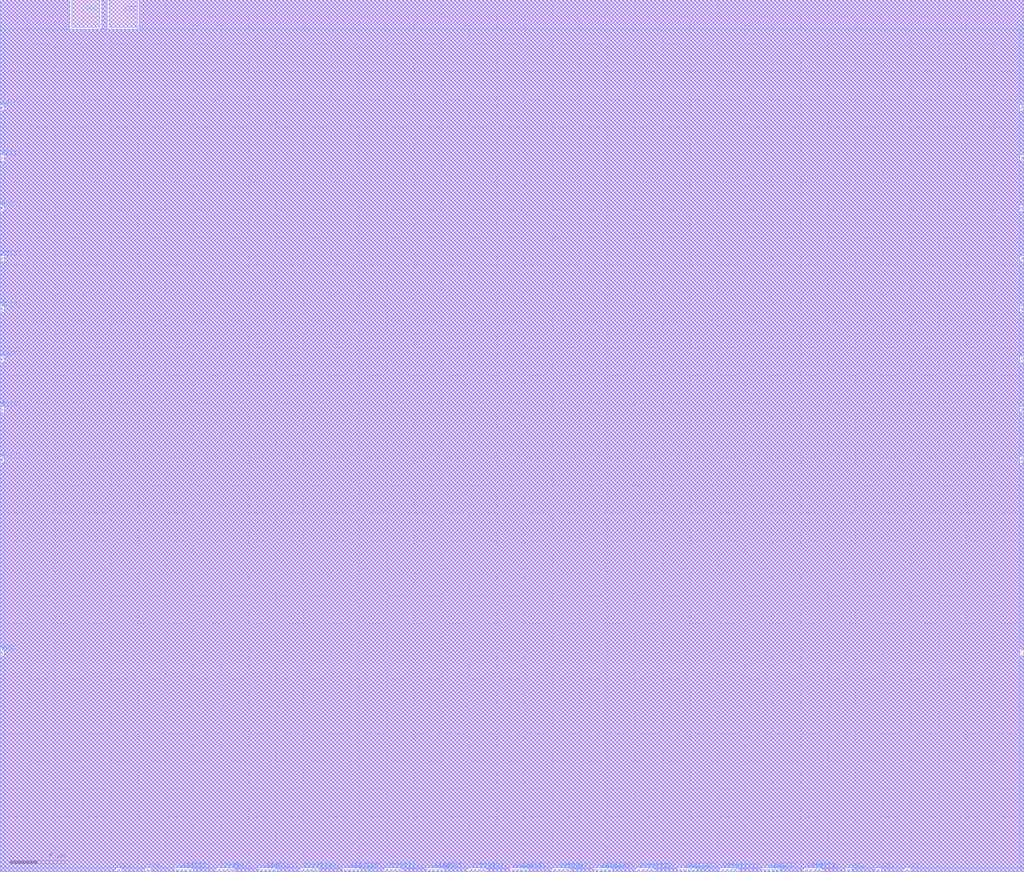
<source format=lef>
VERSION 5.5 ;
NAMESCASESENSITIVE ON ;
BUSBITCHARS "[]" ;
DIVIDERCHAR "/" ;

MACRO SRAM1R1W1024x32
  CLASS BLOCK ;
  SOURCE USER ;
  ORIGIN 0 0 ;
  SIZE 74.176 BY 63.232 ;
  SYMMETRY X Y R90 ;

  PIN CE1
    DIRECTION INPUT ;
    USE SIGNAL ;
    PORT
      LAYER M2 ;
        RECT 65.664 0.000 65.816 0.152 ;
    END
    PORT
      LAYER M3 ;
        RECT 65.664 0.000 65.816 0.152 ;
    END
    PORT
      LAYER M4 ;
        RECT 65.664 0.000 65.816 0.152 ;
    END
    PORT
      LAYER M5 ;
        RECT 65.664 0.000 65.816 0.152 ;
    END
  END CE1

  PIN CSB1
    DIRECTION INPUT ;
    USE SIGNAL ;
    PORT
      LAYER M2 ;
        RECT 63.536 0.000 63.688 0.152 ;
    END
    PORT
      LAYER M3 ;
        RECT 63.536 0.000 63.688 0.152 ;
    END
    PORT
      LAYER M4 ;
        RECT 63.536 0.000 63.688 0.152 ;
    END
    PORT
      LAYER M5 ;
        RECT 63.536 0.000 63.688 0.152 ;
    END
  END CSB1

  PIN OEB1
    DIRECTION INPUT ;
    USE SIGNAL ;
    PORT
      LAYER M2 ;
        RECT 61.408 0.000 61.560 0.152 ;
    END
    PORT
      LAYER M3 ;
        RECT 61.408 0.000 61.560 0.152 ;
    END
    PORT
      LAYER M4 ;
        RECT 61.408 0.000 61.560 0.152 ;
    END
    PORT
      LAYER M5 ;
        RECT 61.408 0.000 61.560 0.152 ;
    END
  END OEB1

  PIN O1[3]
    DIRECTION OUTPUT ;
    USE SIGNAL ;
    PORT
      LAYER M2 ;
        RECT 59.280 0.000 59.432 0.152 ;
    END
    PORT
      LAYER M3 ;
        RECT 59.280 0.000 59.432 0.152 ;
    END
    PORT
      LAYER M4 ;
        RECT 59.280 0.000 59.432 0.152 ;
    END
    PORT
      LAYER M5 ;
        RECT 59.280 0.000 59.432 0.152 ;
    END
  END O1[3]

  PIN O1[2]
    DIRECTION OUTPUT ;
    USE SIGNAL ;
    PORT
      LAYER M2 ;
        RECT 58.976 0.000 59.128 0.152 ;
    END
    PORT
      LAYER M3 ;
        RECT 58.976 0.000 59.128 0.152 ;
    END
    PORT
      LAYER M4 ;
        RECT 58.976 0.000 59.128 0.152 ;
    END
    PORT
      LAYER M5 ;
        RECT 58.976 0.000 59.128 0.152 ;
    END
  END O1[2]

  PIN O1[1]
    DIRECTION OUTPUT ;
    USE SIGNAL ;
    PORT
      LAYER M2 ;
        RECT 58.672 0.000 58.824 0.152 ;
    END
    PORT
      LAYER M3 ;
        RECT 58.672 0.000 58.824 0.152 ;
    END
    PORT
      LAYER M4 ;
        RECT 58.672 0.000 58.824 0.152 ;
    END
    PORT
      LAYER M5 ;
        RECT 58.672 0.000 58.824 0.152 ;
    END
  END O1[1]

  PIN O1[0]
    DIRECTION OUTPUT ;
    USE SIGNAL ;
    PORT
      LAYER M2 ;
        RECT 58.368 0.000 58.520 0.152 ;
    END
    PORT
      LAYER M3 ;
        RECT 58.368 0.000 58.520 0.152 ;
    END
    PORT
      LAYER M4 ;
        RECT 58.368 0.000 58.520 0.152 ;
    END
    PORT
      LAYER M5 ;
        RECT 58.368 0.000 58.520 0.152 ;
    END
  END O1[0]

  PIN O1[7]
    DIRECTION OUTPUT ;
    USE SIGNAL ;
    PORT
      LAYER M2 ;
        RECT 56.240 0.000 56.392 0.152 ;
    END
    PORT
      LAYER M3 ;
        RECT 56.240 0.000 56.392 0.152 ;
    END
    PORT
      LAYER M4 ;
        RECT 56.240 0.000 56.392 0.152 ;
    END
    PORT
      LAYER M5 ;
        RECT 56.240 0.000 56.392 0.152 ;
    END
  END O1[7]

  PIN O1[6]
    DIRECTION OUTPUT ;
    USE SIGNAL ;
    PORT
      LAYER M2 ;
        RECT 55.936 0.000 56.088 0.152 ;
    END
    PORT
      LAYER M3 ;
        RECT 55.936 0.000 56.088 0.152 ;
    END
    PORT
      LAYER M4 ;
        RECT 55.936 0.000 56.088 0.152 ;
    END
    PORT
      LAYER M5 ;
        RECT 55.936 0.000 56.088 0.152 ;
    END
  END O1[6]

  PIN O1[5]
    DIRECTION OUTPUT ;
    USE SIGNAL ;
    PORT
      LAYER M2 ;
        RECT 55.632 0.000 55.784 0.152 ;
    END
    PORT
      LAYER M3 ;
        RECT 55.632 0.000 55.784 0.152 ;
    END
    PORT
      LAYER M4 ;
        RECT 55.632 0.000 55.784 0.152 ;
    END
    PORT
      LAYER M5 ;
        RECT 55.632 0.000 55.784 0.152 ;
    END
  END O1[5]

  PIN O1[4]
    DIRECTION OUTPUT ;
    USE SIGNAL ;
    PORT
      LAYER M2 ;
        RECT 55.328 0.000 55.480 0.152 ;
    END
    PORT
      LAYER M3 ;
        RECT 55.328 0.000 55.480 0.152 ;
    END
    PORT
      LAYER M4 ;
        RECT 55.328 0.000 55.480 0.152 ;
    END
    PORT
      LAYER M5 ;
        RECT 55.328 0.000 55.480 0.152 ;
    END
  END O1[4]

  PIN O1[11]
    DIRECTION OUTPUT ;
    USE SIGNAL ;
    PORT
      LAYER M2 ;
        RECT 53.200 0.000 53.352 0.152 ;
    END
    PORT
      LAYER M3 ;
        RECT 53.200 0.000 53.352 0.152 ;
    END
    PORT
      LAYER M4 ;
        RECT 53.200 0.000 53.352 0.152 ;
    END
    PORT
      LAYER M5 ;
        RECT 53.200 0.000 53.352 0.152 ;
    END
  END O1[11]

  PIN O1[10]
    DIRECTION OUTPUT ;
    USE SIGNAL ;
    PORT
      LAYER M2 ;
        RECT 52.896 0.000 53.048 0.152 ;
    END
    PORT
      LAYER M3 ;
        RECT 52.896 0.000 53.048 0.152 ;
    END
    PORT
      LAYER M4 ;
        RECT 52.896 0.000 53.048 0.152 ;
    END
    PORT
      LAYER M5 ;
        RECT 52.896 0.000 53.048 0.152 ;
    END
  END O1[10]

  PIN O1[9]
    DIRECTION OUTPUT ;
    USE SIGNAL ;
    PORT
      LAYER M2 ;
        RECT 52.592 0.000 52.744 0.152 ;
    END
    PORT
      LAYER M3 ;
        RECT 52.592 0.000 52.744 0.152 ;
    END
    PORT
      LAYER M4 ;
        RECT 52.592 0.000 52.744 0.152 ;
    END
    PORT
      LAYER M5 ;
        RECT 52.592 0.000 52.744 0.152 ;
    END
  END O1[9]

  PIN O1[8]
    DIRECTION OUTPUT ;
    USE SIGNAL ;
    PORT
      LAYER M2 ;
        RECT 52.288 0.000 52.440 0.152 ;
    END
    PORT
      LAYER M3 ;
        RECT 52.288 0.000 52.440 0.152 ;
    END
    PORT
      LAYER M4 ;
        RECT 52.288 0.000 52.440 0.152 ;
    END
    PORT
      LAYER M5 ;
        RECT 52.288 0.000 52.440 0.152 ;
    END
  END O1[8]

  PIN O1[15]
    DIRECTION OUTPUT ;
    USE SIGNAL ;
    PORT
      LAYER M2 ;
        RECT 50.160 0.000 50.312 0.152 ;
    END
    PORT
      LAYER M3 ;
        RECT 50.160 0.000 50.312 0.152 ;
    END
    PORT
      LAYER M4 ;
        RECT 50.160 0.000 50.312 0.152 ;
    END
    PORT
      LAYER M5 ;
        RECT 50.160 0.000 50.312 0.152 ;
    END
  END O1[15]

  PIN O1[14]
    DIRECTION OUTPUT ;
    USE SIGNAL ;
    PORT
      LAYER M2 ;
        RECT 49.856 0.000 50.008 0.152 ;
    END
    PORT
      LAYER M3 ;
        RECT 49.856 0.000 50.008 0.152 ;
    END
    PORT
      LAYER M4 ;
        RECT 49.856 0.000 50.008 0.152 ;
    END
    PORT
      LAYER M5 ;
        RECT 49.856 0.000 50.008 0.152 ;
    END
  END O1[14]

  PIN O1[13]
    DIRECTION OUTPUT ;
    USE SIGNAL ;
    PORT
      LAYER M2 ;
        RECT 49.552 0.000 49.704 0.152 ;
    END
    PORT
      LAYER M3 ;
        RECT 49.552 0.000 49.704 0.152 ;
    END
    PORT
      LAYER M4 ;
        RECT 49.552 0.000 49.704 0.152 ;
    END
    PORT
      LAYER M5 ;
        RECT 49.552 0.000 49.704 0.152 ;
    END
  END O1[13]

  PIN O1[12]
    DIRECTION OUTPUT ;
    USE SIGNAL ;
    PORT
      LAYER M2 ;
        RECT 49.248 0.000 49.400 0.152 ;
    END
    PORT
      LAYER M3 ;
        RECT 49.248 0.000 49.400 0.152 ;
    END
    PORT
      LAYER M4 ;
        RECT 49.248 0.000 49.400 0.152 ;
    END
    PORT
      LAYER M5 ;
        RECT 49.248 0.000 49.400 0.152 ;
    END
  END O1[12]

  PIN O1[19]
    DIRECTION OUTPUT ;
    USE SIGNAL ;
    PORT
      LAYER M2 ;
        RECT 47.120 0.000 47.272 0.152 ;
    END
    PORT
      LAYER M3 ;
        RECT 47.120 0.000 47.272 0.152 ;
    END
    PORT
      LAYER M4 ;
        RECT 47.120 0.000 47.272 0.152 ;
    END
    PORT
      LAYER M5 ;
        RECT 47.120 0.000 47.272 0.152 ;
    END
  END O1[19]

  PIN O1[18]
    DIRECTION OUTPUT ;
    USE SIGNAL ;
    PORT
      LAYER M2 ;
        RECT 46.816 0.000 46.968 0.152 ;
    END
    PORT
      LAYER M3 ;
        RECT 46.816 0.000 46.968 0.152 ;
    END
    PORT
      LAYER M4 ;
        RECT 46.816 0.000 46.968 0.152 ;
    END
    PORT
      LAYER M5 ;
        RECT 46.816 0.000 46.968 0.152 ;
    END
  END O1[18]

  PIN O1[17]
    DIRECTION OUTPUT ;
    USE SIGNAL ;
    PORT
      LAYER M2 ;
        RECT 46.512 0.000 46.664 0.152 ;
    END
    PORT
      LAYER M3 ;
        RECT 46.512 0.000 46.664 0.152 ;
    END
    PORT
      LAYER M4 ;
        RECT 46.512 0.000 46.664 0.152 ;
    END
    PORT
      LAYER M5 ;
        RECT 46.512 0.000 46.664 0.152 ;
    END
  END O1[17]

  PIN O1[16]
    DIRECTION OUTPUT ;
    USE SIGNAL ;
    PORT
      LAYER M2 ;
        RECT 46.208 0.000 46.360 0.152 ;
    END
    PORT
      LAYER M3 ;
        RECT 46.208 0.000 46.360 0.152 ;
    END
    PORT
      LAYER M4 ;
        RECT 46.208 0.000 46.360 0.152 ;
    END
    PORT
      LAYER M5 ;
        RECT 46.208 0.000 46.360 0.152 ;
    END
  END O1[16]

  PIN O1[23]
    DIRECTION OUTPUT ;
    USE SIGNAL ;
    PORT
      LAYER M2 ;
        RECT 44.080 0.000 44.232 0.152 ;
    END
    PORT
      LAYER M3 ;
        RECT 44.080 0.000 44.232 0.152 ;
    END
    PORT
      LAYER M4 ;
        RECT 44.080 0.000 44.232 0.152 ;
    END
    PORT
      LAYER M5 ;
        RECT 44.080 0.000 44.232 0.152 ;
    END
  END O1[23]

  PIN O1[22]
    DIRECTION OUTPUT ;
    USE SIGNAL ;
    PORT
      LAYER M2 ;
        RECT 43.776 0.000 43.928 0.152 ;
    END
    PORT
      LAYER M3 ;
        RECT 43.776 0.000 43.928 0.152 ;
    END
    PORT
      LAYER M4 ;
        RECT 43.776 0.000 43.928 0.152 ;
    END
    PORT
      LAYER M5 ;
        RECT 43.776 0.000 43.928 0.152 ;
    END
  END O1[22]

  PIN O1[21]
    DIRECTION OUTPUT ;
    USE SIGNAL ;
    PORT
      LAYER M2 ;
        RECT 43.472 0.000 43.624 0.152 ;
    END
    PORT
      LAYER M3 ;
        RECT 43.472 0.000 43.624 0.152 ;
    END
    PORT
      LAYER M4 ;
        RECT 43.472 0.000 43.624 0.152 ;
    END
    PORT
      LAYER M5 ;
        RECT 43.472 0.000 43.624 0.152 ;
    END
  END O1[21]

  PIN O1[20]
    DIRECTION OUTPUT ;
    USE SIGNAL ;
    PORT
      LAYER M2 ;
        RECT 43.168 0.000 43.320 0.152 ;
    END
    PORT
      LAYER M3 ;
        RECT 43.168 0.000 43.320 0.152 ;
    END
    PORT
      LAYER M4 ;
        RECT 43.168 0.000 43.320 0.152 ;
    END
    PORT
      LAYER M5 ;
        RECT 43.168 0.000 43.320 0.152 ;
    END
  END O1[20]

  PIN O1[27]
    DIRECTION OUTPUT ;
    USE SIGNAL ;
    PORT
      LAYER M2 ;
        RECT 41.040 0.000 41.192 0.152 ;
    END
    PORT
      LAYER M3 ;
        RECT 41.040 0.000 41.192 0.152 ;
    END
    PORT
      LAYER M4 ;
        RECT 41.040 0.000 41.192 0.152 ;
    END
    PORT
      LAYER M5 ;
        RECT 41.040 0.000 41.192 0.152 ;
    END
  END O1[27]

  PIN O1[26]
    DIRECTION OUTPUT ;
    USE SIGNAL ;
    PORT
      LAYER M2 ;
        RECT 40.736 0.000 40.888 0.152 ;
    END
    PORT
      LAYER M3 ;
        RECT 40.736 0.000 40.888 0.152 ;
    END
    PORT
      LAYER M4 ;
        RECT 40.736 0.000 40.888 0.152 ;
    END
    PORT
      LAYER M5 ;
        RECT 40.736 0.000 40.888 0.152 ;
    END
  END O1[26]

  PIN O1[25]
    DIRECTION OUTPUT ;
    USE SIGNAL ;
    PORT
      LAYER M2 ;
        RECT 40.432 0.000 40.584 0.152 ;
    END
    PORT
      LAYER M3 ;
        RECT 40.432 0.000 40.584 0.152 ;
    END
    PORT
      LAYER M4 ;
        RECT 40.432 0.000 40.584 0.152 ;
    END
    PORT
      LAYER M5 ;
        RECT 40.432 0.000 40.584 0.152 ;
    END
  END O1[25]

  PIN O1[24]
    DIRECTION OUTPUT ;
    USE SIGNAL ;
    PORT
      LAYER M2 ;
        RECT 40.128 0.000 40.280 0.152 ;
    END
    PORT
      LAYER M3 ;
        RECT 40.128 0.000 40.280 0.152 ;
    END
    PORT
      LAYER M4 ;
        RECT 40.128 0.000 40.280 0.152 ;
    END
    PORT
      LAYER M5 ;
        RECT 40.128 0.000 40.280 0.152 ;
    END
  END O1[24]

  PIN O1[31]
    DIRECTION OUTPUT ;
    USE SIGNAL ;
    PORT
      LAYER M2 ;
        RECT 38.000 0.000 38.152 0.152 ;
    END
    PORT
      LAYER M3 ;
        RECT 38.000 0.000 38.152 0.152 ;
    END
    PORT
      LAYER M4 ;
        RECT 38.000 0.000 38.152 0.152 ;
    END
    PORT
      LAYER M5 ;
        RECT 38.000 0.000 38.152 0.152 ;
    END
  END O1[31]

  PIN O1[30]
    DIRECTION OUTPUT ;
    USE SIGNAL ;
    PORT
      LAYER M2 ;
        RECT 37.696 0.000 37.848 0.152 ;
    END
    PORT
      LAYER M3 ;
        RECT 37.696 0.000 37.848 0.152 ;
    END
    PORT
      LAYER M4 ;
        RECT 37.696 0.000 37.848 0.152 ;
    END
    PORT
      LAYER M5 ;
        RECT 37.696 0.000 37.848 0.152 ;
    END
  END O1[30]

  PIN O1[29]
    DIRECTION OUTPUT ;
    USE SIGNAL ;
    PORT
      LAYER M2 ;
        RECT 37.392 0.000 37.544 0.152 ;
    END
    PORT
      LAYER M3 ;
        RECT 37.392 0.000 37.544 0.152 ;
    END
    PORT
      LAYER M4 ;
        RECT 37.392 0.000 37.544 0.152 ;
    END
    PORT
      LAYER M5 ;
        RECT 37.392 0.000 37.544 0.152 ;
    END
  END O1[29]

  PIN O1[28]
    DIRECTION OUTPUT ;
    USE SIGNAL ;
    PORT
      LAYER M2 ;
        RECT 37.088 0.000 37.240 0.152 ;
    END
    PORT
      LAYER M3 ;
        RECT 37.088 0.000 37.240 0.152 ;
    END
    PORT
      LAYER M4 ;
        RECT 37.088 0.000 37.240 0.152 ;
    END
    PORT
      LAYER M5 ;
        RECT 37.088 0.000 37.240 0.152 ;
    END
  END O1[28]

  PIN A1[0]
    DIRECTION INPUT ;
    USE SIGNAL ;
    PORT
      LAYER M2 ;
        RECT 74.024 55.328 74.176 55.480 ;
    END
    PORT
      LAYER M3 ;
        RECT 74.024 55.328 74.176 55.480 ;
    END
    PORT
      LAYER M4 ;
        RECT 74.024 55.328 74.176 55.480 ;
    END
    PORT
      LAYER M5 ;
        RECT 74.024 55.328 74.176 55.480 ;
    END
  END A1[0]

  PIN A1[1]
    DIRECTION INPUT ;
    USE SIGNAL ;
    PORT
      LAYER M2 ;
        RECT 74.024 51.680 74.176 51.832 ;
    END
    PORT
      LAYER M3 ;
        RECT 74.024 51.680 74.176 51.832 ;
    END
    PORT
      LAYER M4 ;
        RECT 74.024 51.680 74.176 51.832 ;
    END
    PORT
      LAYER M5 ;
        RECT 74.024 51.680 74.176 51.832 ;
    END
  END A1[1]

  PIN A1[2]
    DIRECTION INPUT ;
    USE SIGNAL ;
    PORT
      LAYER M2 ;
        RECT 74.024 48.032 74.176 48.184 ;
    END
    PORT
      LAYER M3 ;
        RECT 74.024 48.032 74.176 48.184 ;
    END
    PORT
      LAYER M4 ;
        RECT 74.024 48.032 74.176 48.184 ;
    END
    PORT
      LAYER M5 ;
        RECT 74.024 48.032 74.176 48.184 ;
    END
  END A1[2]

  PIN A1[3]
    DIRECTION INPUT ;
    USE SIGNAL ;
    PORT
      LAYER M2 ;
        RECT 74.024 44.384 74.176 44.536 ;
    END
    PORT
      LAYER M3 ;
        RECT 74.024 44.384 74.176 44.536 ;
    END
    PORT
      LAYER M4 ;
        RECT 74.024 44.384 74.176 44.536 ;
    END
    PORT
      LAYER M5 ;
        RECT 74.024 44.384 74.176 44.536 ;
    END
  END A1[3]

  PIN A1[4]
    DIRECTION INPUT ;
    USE SIGNAL ;
    PORT
      LAYER M2 ;
        RECT 74.024 40.736 74.176 40.888 ;
    END
    PORT
      LAYER M3 ;
        RECT 74.024 40.736 74.176 40.888 ;
    END
    PORT
      LAYER M4 ;
        RECT 74.024 40.736 74.176 40.888 ;
    END
    PORT
      LAYER M5 ;
        RECT 74.024 40.736 74.176 40.888 ;
    END
  END A1[4]

  PIN A1[5]
    DIRECTION INPUT ;
    USE SIGNAL ;
    PORT
      LAYER M2 ;
        RECT 74.024 37.088 74.176 37.240 ;
    END
    PORT
      LAYER M3 ;
        RECT 74.024 37.088 74.176 37.240 ;
    END
    PORT
      LAYER M4 ;
        RECT 74.024 37.088 74.176 37.240 ;
    END
    PORT
      LAYER M5 ;
        RECT 74.024 37.088 74.176 37.240 ;
    END
  END A1[5]

  PIN A1[6]
    DIRECTION INPUT ;
    USE SIGNAL ;
    PORT
      LAYER M2 ;
        RECT 74.024 33.440 74.176 33.592 ;
    END
    PORT
      LAYER M3 ;
        RECT 74.024 33.440 74.176 33.592 ;
    END
    PORT
      LAYER M4 ;
        RECT 74.024 33.440 74.176 33.592 ;
    END
    PORT
      LAYER M5 ;
        RECT 74.024 33.440 74.176 33.592 ;
    END
  END A1[6]

  PIN A1[7]
    DIRECTION INPUT ;
    USE SIGNAL ;
    PORT
      LAYER M2 ;
        RECT 74.024 29.792 74.176 29.944 ;
    END
    PORT
      LAYER M3 ;
        RECT 74.024 29.792 74.176 29.944 ;
    END
    PORT
      LAYER M4 ;
        RECT 74.024 29.792 74.176 29.944 ;
    END
    PORT
      LAYER M5 ;
        RECT 74.024 29.792 74.176 29.944 ;
    END
  END A1[7]

  PIN CE2
    DIRECTION INPUT ;
    USE SIGNAL ;
    PORT
      LAYER M2 ;
        RECT 8.512 0.000 8.664 0.152 ;
    END
    PORT
      LAYER M3 ;
        RECT 8.512 0.000 8.664 0.152 ;
    END
    PORT
      LAYER M4 ;
        RECT 8.512 0.000 8.664 0.152 ;
    END
    PORT
      LAYER M5 ;
        RECT 8.512 0.000 8.664 0.152 ;
    END
  END CE2

  PIN CSB2
    DIRECTION INPUT ;
    USE SIGNAL ;
    PORT
      LAYER M2 ;
        RECT 10.640 0.000 10.792 0.152 ;
    END
    PORT
      LAYER M3 ;
        RECT 10.640 0.000 10.792 0.152 ;
    END
    PORT
      LAYER M4 ;
        RECT 10.640 0.000 10.792 0.152 ;
    END
    PORT
      LAYER M5 ;
        RECT 10.640 0.000 10.792 0.152 ;
    END
  END CSB2

  PIN I2[0]
    DIRECTION INPUT ;
    USE SIGNAL ;
    PORT
      LAYER M2 ;
        RECT 12.768 0.000 12.920 0.152 ;
    END
    PORT
      LAYER M3 ;
        RECT 12.768 0.000 12.920 0.152 ;
    END
    PORT
      LAYER M4 ;
        RECT 12.768 0.000 12.920 0.152 ;
    END
    PORT
      LAYER M5 ;
        RECT 12.768 0.000 12.920 0.152 ;
    END
  END I2[0]

  PIN I2[1]
    DIRECTION INPUT ;
    USE SIGNAL ;
    PORT
      LAYER M2 ;
        RECT 13.072 0.000 13.224 0.152 ;
    END
    PORT
      LAYER M3 ;
        RECT 13.072 0.000 13.224 0.152 ;
    END
    PORT
      LAYER M4 ;
        RECT 13.072 0.000 13.224 0.152 ;
    END
    PORT
      LAYER M5 ;
        RECT 13.072 0.000 13.224 0.152 ;
    END
  END I2[1]

  PIN I2[2]
    DIRECTION INPUT ;
    USE SIGNAL ;
    PORT
      LAYER M2 ;
        RECT 13.376 0.000 13.528 0.152 ;
    END
    PORT
      LAYER M3 ;
        RECT 13.376 0.000 13.528 0.152 ;
    END
    PORT
      LAYER M4 ;
        RECT 13.376 0.000 13.528 0.152 ;
    END
    PORT
      LAYER M5 ;
        RECT 13.376 0.000 13.528 0.152 ;
    END
  END I2[2]

  PIN I2[3]
    DIRECTION INPUT ;
    USE SIGNAL ;
    PORT
      LAYER M2 ;
        RECT 13.680 0.000 13.832 0.152 ;
    END
    PORT
      LAYER M3 ;
        RECT 13.680 0.000 13.832 0.152 ;
    END
    PORT
      LAYER M4 ;
        RECT 13.680 0.000 13.832 0.152 ;
    END
    PORT
      LAYER M5 ;
        RECT 13.680 0.000 13.832 0.152 ;
    END
  END I2[3]

  PIN I2[4]
    DIRECTION INPUT ;
    USE SIGNAL ;
    PORT
      LAYER M2 ;
        RECT 15.808 0.000 15.960 0.152 ;
    END
    PORT
      LAYER M3 ;
        RECT 15.808 0.000 15.960 0.152 ;
    END
    PORT
      LAYER M4 ;
        RECT 15.808 0.000 15.960 0.152 ;
    END
    PORT
      LAYER M5 ;
        RECT 15.808 0.000 15.960 0.152 ;
    END
  END I2[4]

  PIN I2[5]
    DIRECTION INPUT ;
    USE SIGNAL ;
    PORT
      LAYER M2 ;
        RECT 16.112 0.000 16.264 0.152 ;
    END
    PORT
      LAYER M3 ;
        RECT 16.112 0.000 16.264 0.152 ;
    END
    PORT
      LAYER M4 ;
        RECT 16.112 0.000 16.264 0.152 ;
    END
    PORT
      LAYER M5 ;
        RECT 16.112 0.000 16.264 0.152 ;
    END
  END I2[5]

  PIN I2[6]
    DIRECTION INPUT ;
    USE SIGNAL ;
    PORT
      LAYER M2 ;
        RECT 16.416 0.000 16.568 0.152 ;
    END
    PORT
      LAYER M3 ;
        RECT 16.416 0.000 16.568 0.152 ;
    END
    PORT
      LAYER M4 ;
        RECT 16.416 0.000 16.568 0.152 ;
    END
    PORT
      LAYER M5 ;
        RECT 16.416 0.000 16.568 0.152 ;
    END
  END I2[6]

  PIN I2[7]
    DIRECTION INPUT ;
    USE SIGNAL ;
    PORT
      LAYER M2 ;
        RECT 16.720 0.000 16.872 0.152 ;
    END
    PORT
      LAYER M3 ;
        RECT 16.720 0.000 16.872 0.152 ;
    END
    PORT
      LAYER M4 ;
        RECT 16.720 0.000 16.872 0.152 ;
    END
    PORT
      LAYER M5 ;
        RECT 16.720 0.000 16.872 0.152 ;
    END
  END I2[7]

  PIN I2[8]
    DIRECTION INPUT ;
    USE SIGNAL ;
    PORT
      LAYER M2 ;
        RECT 18.848 0.000 19.000 0.152 ;
    END
    PORT
      LAYER M3 ;
        RECT 18.848 0.000 19.000 0.152 ;
    END
    PORT
      LAYER M4 ;
        RECT 18.848 0.000 19.000 0.152 ;
    END
    PORT
      LAYER M5 ;
        RECT 18.848 0.000 19.000 0.152 ;
    END
  END I2[8]

  PIN I2[9]
    DIRECTION INPUT ;
    USE SIGNAL ;
    PORT
      LAYER M2 ;
        RECT 19.152 0.000 19.304 0.152 ;
    END
    PORT
      LAYER M3 ;
        RECT 19.152 0.000 19.304 0.152 ;
    END
    PORT
      LAYER M4 ;
        RECT 19.152 0.000 19.304 0.152 ;
    END
    PORT
      LAYER M5 ;
        RECT 19.152 0.000 19.304 0.152 ;
    END
  END I2[9]

  PIN I2[10]
    DIRECTION INPUT ;
    USE SIGNAL ;
    PORT
      LAYER M2 ;
        RECT 19.456 0.000 19.608 0.152 ;
    END
    PORT
      LAYER M3 ;
        RECT 19.456 0.000 19.608 0.152 ;
    END
    PORT
      LAYER M4 ;
        RECT 19.456 0.000 19.608 0.152 ;
    END
    PORT
      LAYER M5 ;
        RECT 19.456 0.000 19.608 0.152 ;
    END
  END I2[10]

  PIN I2[11]
    DIRECTION INPUT ;
    USE SIGNAL ;
    PORT
      LAYER M2 ;
        RECT 19.760 0.000 19.912 0.152 ;
    END
    PORT
      LAYER M3 ;
        RECT 19.760 0.000 19.912 0.152 ;
    END
    PORT
      LAYER M4 ;
        RECT 19.760 0.000 19.912 0.152 ;
    END
    PORT
      LAYER M5 ;
        RECT 19.760 0.000 19.912 0.152 ;
    END
  END I2[11]

  PIN I2[12]
    DIRECTION INPUT ;
    USE SIGNAL ;
    PORT
      LAYER M2 ;
        RECT 21.888 0.000 22.040 0.152 ;
    END
    PORT
      LAYER M3 ;
        RECT 21.888 0.000 22.040 0.152 ;
    END
    PORT
      LAYER M4 ;
        RECT 21.888 0.000 22.040 0.152 ;
    END
    PORT
      LAYER M5 ;
        RECT 21.888 0.000 22.040 0.152 ;
    END
  END I2[12]

  PIN I2[13]
    DIRECTION INPUT ;
    USE SIGNAL ;
    PORT
      LAYER M2 ;
        RECT 22.192 0.000 22.344 0.152 ;
    END
    PORT
      LAYER M3 ;
        RECT 22.192 0.000 22.344 0.152 ;
    END
    PORT
      LAYER M4 ;
        RECT 22.192 0.000 22.344 0.152 ;
    END
    PORT
      LAYER M5 ;
        RECT 22.192 0.000 22.344 0.152 ;
    END
  END I2[13]

  PIN I2[14]
    DIRECTION INPUT ;
    USE SIGNAL ;
    PORT
      LAYER M2 ;
        RECT 22.496 0.000 22.648 0.152 ;
    END
    PORT
      LAYER M3 ;
        RECT 22.496 0.000 22.648 0.152 ;
    END
    PORT
      LAYER M4 ;
        RECT 22.496 0.000 22.648 0.152 ;
    END
    PORT
      LAYER M5 ;
        RECT 22.496 0.000 22.648 0.152 ;
    END
  END I2[14]

  PIN I2[15]
    DIRECTION INPUT ;
    USE SIGNAL ;
    PORT
      LAYER M2 ;
        RECT 22.800 0.000 22.952 0.152 ;
    END
    PORT
      LAYER M3 ;
        RECT 22.800 0.000 22.952 0.152 ;
    END
    PORT
      LAYER M4 ;
        RECT 22.800 0.000 22.952 0.152 ;
    END
    PORT
      LAYER M5 ;
        RECT 22.800 0.000 22.952 0.152 ;
    END
  END I2[15]

  PIN I2[16]
    DIRECTION INPUT ;
    USE SIGNAL ;
    PORT
      LAYER M2 ;
        RECT 24.928 0.000 25.080 0.152 ;
    END
    PORT
      LAYER M3 ;
        RECT 24.928 0.000 25.080 0.152 ;
    END
    PORT
      LAYER M4 ;
        RECT 24.928 0.000 25.080 0.152 ;
    END
    PORT
      LAYER M5 ;
        RECT 24.928 0.000 25.080 0.152 ;
    END
  END I2[16]

  PIN I2[17]
    DIRECTION INPUT ;
    USE SIGNAL ;
    PORT
      LAYER M2 ;
        RECT 25.232 0.000 25.384 0.152 ;
    END
    PORT
      LAYER M3 ;
        RECT 25.232 0.000 25.384 0.152 ;
    END
    PORT
      LAYER M4 ;
        RECT 25.232 0.000 25.384 0.152 ;
    END
    PORT
      LAYER M5 ;
        RECT 25.232 0.000 25.384 0.152 ;
    END
  END I2[17]

  PIN I2[18]
    DIRECTION INPUT ;
    USE SIGNAL ;
    PORT
      LAYER M2 ;
        RECT 25.536 0.000 25.688 0.152 ;
    END
    PORT
      LAYER M3 ;
        RECT 25.536 0.000 25.688 0.152 ;
    END
    PORT
      LAYER M4 ;
        RECT 25.536 0.000 25.688 0.152 ;
    END
    PORT
      LAYER M5 ;
        RECT 25.536 0.000 25.688 0.152 ;
    END
  END I2[18]

  PIN I2[19]
    DIRECTION INPUT ;
    USE SIGNAL ;
    PORT
      LAYER M2 ;
        RECT 25.840 0.000 25.992 0.152 ;
    END
    PORT
      LAYER M3 ;
        RECT 25.840 0.000 25.992 0.152 ;
    END
    PORT
      LAYER M4 ;
        RECT 25.840 0.000 25.992 0.152 ;
    END
    PORT
      LAYER M5 ;
        RECT 25.840 0.000 25.992 0.152 ;
    END
  END I2[19]

  PIN I2[20]
    DIRECTION INPUT ;
    USE SIGNAL ;
    PORT
      LAYER M2 ;
        RECT 27.968 0.000 28.120 0.152 ;
    END
    PORT
      LAYER M3 ;
        RECT 27.968 0.000 28.120 0.152 ;
    END
    PORT
      LAYER M4 ;
        RECT 27.968 0.000 28.120 0.152 ;
    END
    PORT
      LAYER M5 ;
        RECT 27.968 0.000 28.120 0.152 ;
    END
  END I2[20]

  PIN I2[21]
    DIRECTION INPUT ;
    USE SIGNAL ;
    PORT
      LAYER M2 ;
        RECT 28.272 0.000 28.424 0.152 ;
    END
    PORT
      LAYER M3 ;
        RECT 28.272 0.000 28.424 0.152 ;
    END
    PORT
      LAYER M4 ;
        RECT 28.272 0.000 28.424 0.152 ;
    END
    PORT
      LAYER M5 ;
        RECT 28.272 0.000 28.424 0.152 ;
    END
  END I2[21]

  PIN I2[22]
    DIRECTION INPUT ;
    USE SIGNAL ;
    PORT
      LAYER M2 ;
        RECT 28.576 0.000 28.728 0.152 ;
    END
    PORT
      LAYER M3 ;
        RECT 28.576 0.000 28.728 0.152 ;
    END
    PORT
      LAYER M4 ;
        RECT 28.576 0.000 28.728 0.152 ;
    END
    PORT
      LAYER M5 ;
        RECT 28.576 0.000 28.728 0.152 ;
    END
  END I2[22]

  PIN I2[23]
    DIRECTION INPUT ;
    USE SIGNAL ;
    PORT
      LAYER M2 ;
        RECT 28.880 0.000 29.032 0.152 ;
    END
    PORT
      LAYER M3 ;
        RECT 28.880 0.000 29.032 0.152 ;
    END
    PORT
      LAYER M4 ;
        RECT 28.880 0.000 29.032 0.152 ;
    END
    PORT
      LAYER M5 ;
        RECT 28.880 0.000 29.032 0.152 ;
    END
  END I2[23]

  PIN I2[24]
    DIRECTION INPUT ;
    USE SIGNAL ;
    PORT
      LAYER M2 ;
        RECT 31.008 0.000 31.160 0.152 ;
    END
    PORT
      LAYER M3 ;
        RECT 31.008 0.000 31.160 0.152 ;
    END
    PORT
      LAYER M4 ;
        RECT 31.008 0.000 31.160 0.152 ;
    END
    PORT
      LAYER M5 ;
        RECT 31.008 0.000 31.160 0.152 ;
    END
  END I2[24]

  PIN I2[25]
    DIRECTION INPUT ;
    USE SIGNAL ;
    PORT
      LAYER M2 ;
        RECT 31.312 0.000 31.464 0.152 ;
    END
    PORT
      LAYER M3 ;
        RECT 31.312 0.000 31.464 0.152 ;
    END
    PORT
      LAYER M4 ;
        RECT 31.312 0.000 31.464 0.152 ;
    END
    PORT
      LAYER M5 ;
        RECT 31.312 0.000 31.464 0.152 ;
    END
  END I2[25]

  PIN I2[26]
    DIRECTION INPUT ;
    USE SIGNAL ;
    PORT
      LAYER M2 ;
        RECT 31.616 0.000 31.768 0.152 ;
    END
    PORT
      LAYER M3 ;
        RECT 31.616 0.000 31.768 0.152 ;
    END
    PORT
      LAYER M4 ;
        RECT 31.616 0.000 31.768 0.152 ;
    END
    PORT
      LAYER M5 ;
        RECT 31.616 0.000 31.768 0.152 ;
    END
  END I2[26]

  PIN I2[27]
    DIRECTION INPUT ;
    USE SIGNAL ;
    PORT
      LAYER M2 ;
        RECT 31.920 0.000 32.072 0.152 ;
    END
    PORT
      LAYER M3 ;
        RECT 31.920 0.000 32.072 0.152 ;
    END
    PORT
      LAYER M4 ;
        RECT 31.920 0.000 32.072 0.152 ;
    END
    PORT
      LAYER M5 ;
        RECT 31.920 0.000 32.072 0.152 ;
    END
  END I2[27]

  PIN I2[28]
    DIRECTION INPUT ;
    USE SIGNAL ;
    PORT
      LAYER M2 ;
        RECT 34.048 0.000 34.200 0.152 ;
    END
    PORT
      LAYER M3 ;
        RECT 34.048 0.000 34.200 0.152 ;
    END
    PORT
      LAYER M4 ;
        RECT 34.048 0.000 34.200 0.152 ;
    END
    PORT
      LAYER M5 ;
        RECT 34.048 0.000 34.200 0.152 ;
    END
  END I2[28]

  PIN I2[29]
    DIRECTION INPUT ;
    USE SIGNAL ;
    PORT
      LAYER M2 ;
        RECT 34.352 0.000 34.504 0.152 ;
    END
    PORT
      LAYER M3 ;
        RECT 34.352 0.000 34.504 0.152 ;
    END
    PORT
      LAYER M4 ;
        RECT 34.352 0.000 34.504 0.152 ;
    END
    PORT
      LAYER M5 ;
        RECT 34.352 0.000 34.504 0.152 ;
    END
  END I2[29]

  PIN I2[30]
    DIRECTION INPUT ;
    USE SIGNAL ;
    PORT
      LAYER M2 ;
        RECT 34.656 0.000 34.808 0.152 ;
    END
    PORT
      LAYER M3 ;
        RECT 34.656 0.000 34.808 0.152 ;
    END
    PORT
      LAYER M4 ;
        RECT 34.656 0.000 34.808 0.152 ;
    END
    PORT
      LAYER M5 ;
        RECT 34.656 0.000 34.808 0.152 ;
    END
  END I2[30]

  PIN I2[31]
    DIRECTION INPUT ;
    USE SIGNAL ;
    PORT
      LAYER M2 ;
        RECT 34.960 0.000 35.112 0.152 ;
    END
    PORT
      LAYER M3 ;
        RECT 34.960 0.000 35.112 0.152 ;
    END
    PORT
      LAYER M4 ;
        RECT 34.960 0.000 35.112 0.152 ;
    END
    PORT
      LAYER M5 ;
        RECT 34.960 0.000 35.112 0.152 ;
    END
  END I2[31]

  PIN A2[0]
    DIRECTION INPUT ;
    USE SIGNAL ;
    PORT
      LAYER M2 ;
        RECT 0.000 55.328 0.152 55.480 ;
    END
    PORT
      LAYER M3 ;
        RECT 0.000 55.328 0.152 55.480 ;
    END
    PORT
      LAYER M4 ;
        RECT 0.000 55.328 0.152 55.480 ;
    END
    PORT
      LAYER M5 ;
        RECT 0.000 55.328 0.152 55.480 ;
    END
  END A2[0]

  PIN A2[1]
    DIRECTION INPUT ;
    USE SIGNAL ;
    PORT
      LAYER M2 ;
        RECT 0.000 51.680 0.152 51.832 ;
    END
    PORT
      LAYER M3 ;
        RECT 0.000 51.680 0.152 51.832 ;
    END
    PORT
      LAYER M4 ;
        RECT 0.000 51.680 0.152 51.832 ;
    END
    PORT
      LAYER M5 ;
        RECT 0.000 51.680 0.152 51.832 ;
    END
  END A2[1]

  PIN A2[2]
    DIRECTION INPUT ;
    USE SIGNAL ;
    PORT
      LAYER M2 ;
        RECT 0.000 48.032 0.152 48.184 ;
    END
    PORT
      LAYER M3 ;
        RECT 0.000 48.032 0.152 48.184 ;
    END
    PORT
      LAYER M4 ;
        RECT 0.000 48.032 0.152 48.184 ;
    END
    PORT
      LAYER M5 ;
        RECT 0.000 48.032 0.152 48.184 ;
    END
  END A2[2]

  PIN A2[3]
    DIRECTION INPUT ;
    USE SIGNAL ;
    PORT
      LAYER M2 ;
        RECT 0.000 44.384 0.152 44.536 ;
    END
    PORT
      LAYER M3 ;
        RECT 0.000 44.384 0.152 44.536 ;
    END
    PORT
      LAYER M4 ;
        RECT 0.000 44.384 0.152 44.536 ;
    END
    PORT
      LAYER M5 ;
        RECT 0.000 44.384 0.152 44.536 ;
    END
  END A2[3]

  PIN A2[4]
    DIRECTION INPUT ;
    USE SIGNAL ;
    PORT
      LAYER M2 ;
        RECT 0.000 40.736 0.152 40.888 ;
    END
    PORT
      LAYER M3 ;
        RECT 0.000 40.736 0.152 40.888 ;
    END
    PORT
      LAYER M4 ;
        RECT 0.000 40.736 0.152 40.888 ;
    END
    PORT
      LAYER M5 ;
        RECT 0.000 40.736 0.152 40.888 ;
    END
  END A2[4]

  PIN A2[5]
    DIRECTION INPUT ;
    USE SIGNAL ;
    PORT
      LAYER M2 ;
        RECT 0.000 37.088 0.152 37.240 ;
    END
    PORT
      LAYER M3 ;
        RECT 0.000 37.088 0.152 37.240 ;
    END
    PORT
      LAYER M4 ;
        RECT 0.000 37.088 0.152 37.240 ;
    END
    PORT
      LAYER M5 ;
        RECT 0.000 37.088 0.152 37.240 ;
    END
  END A2[5]

  PIN A2[6]
    DIRECTION INPUT ;
    USE SIGNAL ;
    PORT
      LAYER M2 ;
        RECT 0.000 33.440 0.152 33.592 ;
    END
    PORT
      LAYER M3 ;
        RECT 0.000 33.440 0.152 33.592 ;
    END
    PORT
      LAYER M4 ;
        RECT 0.000 33.440 0.152 33.592 ;
    END
    PORT
      LAYER M5 ;
        RECT 0.000 33.440 0.152 33.592 ;
    END
  END A2[6]

  PIN A2[7]
    DIRECTION INPUT ;
    USE SIGNAL ;
    PORT
      LAYER M2 ;
        RECT 0.000 29.792 0.152 29.944 ;
    END
    PORT
      LAYER M3 ;
        RECT 0.000 29.792 0.152 29.944 ;
    END
    PORT
      LAYER M4 ;
        RECT 0.000 29.792 0.152 29.944 ;
    END
    PORT
      LAYER M5 ;
        RECT 0.000 29.792 0.152 29.944 ;
    END
  END A2[7]

  PIN WEB2
    DIRECTION INPUT ;
    USE SIGNAL ;
    PORT
      LAYER M2 ;
        RECT 0.000 15.808 0.152 15.960 ;
    END
    PORT
      LAYER M3 ;
        RECT 0.000 15.808 0.152 15.960 ;
    END
    PORT
      LAYER M4 ;
        RECT 0.000 15.808 0.152 15.960 ;
    END
    PORT
      LAYER M5 ;
        RECT 0.000 15.808 0.152 15.960 ;
    END
  END WEB2

  PIN VDD
    DIRECTION INOUT ;
    USE POWER ;
    PORT
      LAYER M2 ;
        RECT 5.195 61.232 7.195 63.232 ;
    END
    PORT
      LAYER M3 ;
        RECT 5.195 61.232 7.195 63.232 ;
    END
    PORT
      LAYER M5 ;
        RECT 5.195 61.232 7.195 63.232 ;
    END
  END VDD

  PIN VSS
    DIRECTION INOUT ;
    USE GROUND ;
    PORT
      LAYER M2 ;
        RECT 7.915 61.232 9.915 63.232 ;
    END
    PORT
      LAYER M3 ;
        RECT 7.915 61.232 9.915 63.232 ;
    END
    PORT
      LAYER M5 ;
        RECT 7.915 61.232 9.915 63.232 ;
    END
  END VSS

  OBS
    LAYER M2 ;
      RECT 65.968 0.000 74.176 0.304 ;
      RECT 63.840 0.000 65.512 0.304 ;
      RECT 61.712 0.000 63.384 0.304 ;
      RECT 59.584 0.000 61.256 0.304 ;
      RECT 56.544 0.000 58.216 0.304 ;
      RECT 53.504 0.000 55.176 0.304 ;
      RECT 50.464 0.000 52.136 0.304 ;
      RECT 47.424 0.000 49.096 0.304 ;
      RECT 44.384 0.000 46.056 0.304 ;
      RECT 41.344 0.000 43.016 0.304 ;
      RECT 38.304 0.000 39.976 0.304 ;
      RECT 73.872 55.632 74.176 61.080 ;
      RECT 73.872 51.984 74.176 55.176 ;
      RECT 73.872 48.336 74.176 51.528 ;
      RECT 73.872 44.688 74.176 47.880 ;
      RECT 73.872 41.040 74.176 44.232 ;
      RECT 73.872 37.392 74.176 40.584 ;
      RECT 73.872 33.744 74.176 36.936 ;
      RECT 73.872 30.096 74.176 33.288 ;
      RECT 73.872 16.112 74.176 29.640 ;
      RECT 73.872 0.304 74.176 15.656 ;
      RECT 0.000 0.000 8.360 0.304 ;
      RECT 8.816 0.000 10.488 0.304 ;
      RECT 10.944 0.000 12.616 0.304 ;
      RECT 13.984 0.000 15.656 0.304 ;
      RECT 17.024 0.000 18.696 0.304 ;
      RECT 20.064 0.000 21.736 0.304 ;
      RECT 23.104 0.000 24.776 0.304 ;
      RECT 26.144 0.000 27.816 0.304 ;
      RECT 29.184 0.000 30.856 0.304 ;
      RECT 32.224 0.000 33.896 0.304 ;
      RECT 35.264 0.000 36.936 0.304 ;
      RECT 0.000 55.632 0.304 61.080 ;
      RECT 0.000 51.984 0.304 55.176 ;
      RECT 0.000 48.336 0.304 51.528 ;
      RECT 0.000 44.688 0.304 47.880 ;
      RECT 0.000 41.040 0.304 44.232 ;
      RECT 0.000 37.392 0.304 40.584 ;
      RECT 0.000 33.744 0.304 36.936 ;
      RECT 0.000 30.096 0.304 33.288 ;
      RECT 0.000 16.112 0.304 29.640 ;
      RECT 0.000 0.304 0.304 15.656 ;
      RECT 0.000 61.080 5.043 63.232 ;
      RECT 7.355 61.080 7.763 63.232 ;
      RECT 10.067 61.080 74.176 63.232 ;
      RECT 0.304 0.304 73.872 61.080 ;
    LAYER M3 ;
      RECT 65.968 0.000 74.176 0.304 ;
      RECT 63.840 0.000 65.512 0.304 ;
      RECT 61.712 0.000 63.384 0.304 ;
      RECT 59.584 0.000 61.256 0.304 ;
      RECT 56.544 0.000 58.216 0.304 ;
      RECT 53.504 0.000 55.176 0.304 ;
      RECT 50.464 0.000 52.136 0.304 ;
      RECT 47.424 0.000 49.096 0.304 ;
      RECT 44.384 0.000 46.056 0.304 ;
      RECT 41.344 0.000 43.016 0.304 ;
      RECT 38.304 0.000 39.976 0.304 ;
      RECT 73.872 55.632 74.176 61.080 ;
      RECT 73.872 51.984 74.176 55.176 ;
      RECT 73.872 48.336 74.176 51.528 ;
      RECT 73.872 44.688 74.176 47.880 ;
      RECT 73.872 41.040 74.176 44.232 ;
      RECT 73.872 37.392 74.176 40.584 ;
      RECT 73.872 33.744 74.176 36.936 ;
      RECT 73.872 30.096 74.176 33.288 ;
      RECT 73.872 16.112 74.176 29.640 ;
      RECT 73.872 0.304 74.176 15.656 ;
      RECT 0.000 0.000 8.360 0.304 ;
      RECT 8.816 0.000 10.488 0.304 ;
      RECT 10.944 0.000 12.616 0.304 ;
      RECT 13.984 0.000 15.656 0.304 ;
      RECT 17.024 0.000 18.696 0.304 ;
      RECT 20.064 0.000 21.736 0.304 ;
      RECT 23.104 0.000 24.776 0.304 ;
      RECT 26.144 0.000 27.816 0.304 ;
      RECT 29.184 0.000 30.856 0.304 ;
      RECT 32.224 0.000 33.896 0.304 ;
      RECT 35.264 0.000 36.936 0.304 ;
      RECT 0.000 55.632 0.304 61.080 ;
      RECT 0.000 51.984 0.304 55.176 ;
      RECT 0.000 48.336 0.304 51.528 ;
      RECT 0.000 44.688 0.304 47.880 ;
      RECT 0.000 41.040 0.304 44.232 ;
      RECT 0.000 37.392 0.304 40.584 ;
      RECT 0.000 33.744 0.304 36.936 ;
      RECT 0.000 30.096 0.304 33.288 ;
      RECT 0.000 16.112 0.304 29.640 ;
      RECT 0.000 0.304 0.304 15.656 ;
      RECT 0.000 61.080 5.043 63.232 ;
      RECT 7.355 61.080 7.763 63.232 ;
      RECT 10.067 61.080 74.176 63.232 ;
      RECT 0.304 0.304 73.872 61.080 ;
    LAYER M4 ;
      RECT 65.968 0.000 74.176 0.304 ;
      RECT 63.840 0.000 65.512 0.304 ;
      RECT 61.712 0.000 63.384 0.304 ;
      RECT 59.584 0.000 61.256 0.304 ;
      RECT 56.544 0.000 58.216 0.304 ;
      RECT 53.504 0.000 55.176 0.304 ;
      RECT 50.464 0.000 52.136 0.304 ;
      RECT 47.424 0.000 49.096 0.304 ;
      RECT 44.384 0.000 46.056 0.304 ;
      RECT 41.344 0.000 43.016 0.304 ;
      RECT 38.304 0.000 39.976 0.304 ;
      RECT 73.872 55.632 74.176 61.080 ;
      RECT 73.872 51.984 74.176 55.176 ;
      RECT 73.872 48.336 74.176 51.528 ;
      RECT 73.872 44.688 74.176 47.880 ;
      RECT 73.872 41.040 74.176 44.232 ;
      RECT 73.872 37.392 74.176 40.584 ;
      RECT 73.872 33.744 74.176 36.936 ;
      RECT 73.872 30.096 74.176 33.288 ;
      RECT 73.872 16.112 74.176 29.640 ;
      RECT 73.872 0.304 74.176 15.656 ;
      RECT 0.000 0.000 8.360 0.304 ;
      RECT 8.816 0.000 10.488 0.304 ;
      RECT 10.944 0.000 12.616 0.304 ;
      RECT 13.984 0.000 15.656 0.304 ;
      RECT 17.024 0.000 18.696 0.304 ;
      RECT 20.064 0.000 21.736 0.304 ;
      RECT 23.104 0.000 24.776 0.304 ;
      RECT 26.144 0.000 27.816 0.304 ;
      RECT 29.184 0.000 30.856 0.304 ;
      RECT 32.224 0.000 33.896 0.304 ;
      RECT 35.264 0.000 36.936 0.304 ;
      RECT 0.000 55.632 0.304 61.080 ;
      RECT 0.000 51.984 0.304 55.176 ;
      RECT 0.000 48.336 0.304 51.528 ;
      RECT 0.000 44.688 0.304 47.880 ;
      RECT 0.000 41.040 0.304 44.232 ;
      RECT 0.000 37.392 0.304 40.584 ;
      RECT 0.000 33.744 0.304 36.936 ;
      RECT 0.000 30.096 0.304 33.288 ;
      RECT 0.000 16.112 0.304 29.640 ;
      RECT 0.000 0.304 0.304 15.656 ;
      RECT 0.000 61.080 5.043 63.232 ;
      RECT 7.355 61.080 7.763 63.232 ;
      RECT 10.067 61.080 74.176 63.232 ;
      RECT 0.304 0.304 73.872 61.080 ;
    LAYER M5 ;
      RECT 65.968 0.000 74.176 0.304 ;
      RECT 63.840 0.000 65.512 0.304 ;
      RECT 61.712 0.000 63.384 0.304 ;
      RECT 59.584 0.000 61.256 0.304 ;
      RECT 56.544 0.000 58.216 0.304 ;
      RECT 53.504 0.000 55.176 0.304 ;
      RECT 50.464 0.000 52.136 0.304 ;
      RECT 47.424 0.000 49.096 0.304 ;
      RECT 44.384 0.000 46.056 0.304 ;
      RECT 41.344 0.000 43.016 0.304 ;
      RECT 38.304 0.000 39.976 0.304 ;
      RECT 73.872 55.632 74.176 61.080 ;
      RECT 73.872 51.984 74.176 55.176 ;
      RECT 73.872 48.336 74.176 51.528 ;
      RECT 73.872 44.688 74.176 47.880 ;
      RECT 73.872 41.040 74.176 44.232 ;
      RECT 73.872 37.392 74.176 40.584 ;
      RECT 73.872 33.744 74.176 36.936 ;
      RECT 73.872 30.096 74.176 33.288 ;
      RECT 73.872 16.112 74.176 29.640 ;
      RECT 73.872 0.304 74.176 15.656 ;
      RECT 0.000 0.000 8.360 0.304 ;
      RECT 8.816 0.000 10.488 0.304 ;
      RECT 10.944 0.000 12.616 0.304 ;
      RECT 13.984 0.000 15.656 0.304 ;
      RECT 17.024 0.000 18.696 0.304 ;
      RECT 20.064 0.000 21.736 0.304 ;
      RECT 23.104 0.000 24.776 0.304 ;
      RECT 26.144 0.000 27.816 0.304 ;
      RECT 29.184 0.000 30.856 0.304 ;
      RECT 32.224 0.000 33.896 0.304 ;
      RECT 35.264 0.000 36.936 0.304 ;
      RECT 0.000 55.632 0.304 61.080 ;
      RECT 0.000 51.984 0.304 55.176 ;
      RECT 0.000 48.336 0.304 51.528 ;
      RECT 0.000 44.688 0.304 47.880 ;
      RECT 0.000 41.040 0.304 44.232 ;
      RECT 0.000 37.392 0.304 40.584 ;
      RECT 0.000 33.744 0.304 36.936 ;
      RECT 0.000 30.096 0.304 33.288 ;
      RECT 0.000 16.112 0.304 29.640 ;
      RECT 0.000 0.304 0.304 15.656 ;
      RECT 0.000 61.080 5.043 63.232 ;
      RECT 7.355 61.080 7.763 63.232 ;
      RECT 10.067 61.080 74.176 63.232 ;
      RECT 0.304 0.304 73.872 61.080 ;
  END

END SRAM1R1W1024x32

END LIBRARY

</source>
